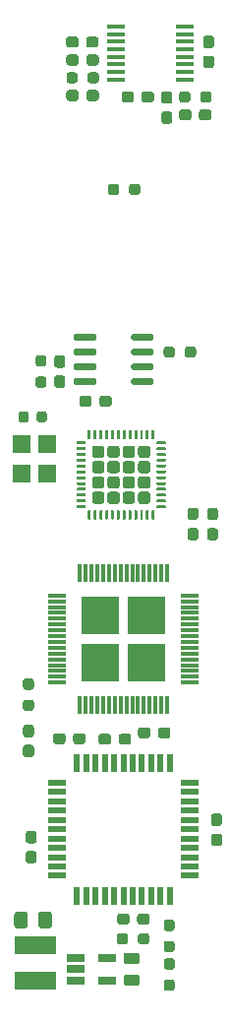
<source format=gtp>
G04 #@! TF.GenerationSoftware,KiCad,Pcbnew,(5.1.12)-1*
G04 #@! TF.CreationDate,2022-08-10T22:17:10-07:00*
G04 #@! TF.ProjectId,jbVeraHDMI,6a625665-7261-4484-944d-492e6b696361,rev?*
G04 #@! TF.SameCoordinates,Original*
G04 #@! TF.FileFunction,Paste,Top*
G04 #@! TF.FilePolarity,Positive*
%FSLAX46Y46*%
G04 Gerber Fmt 4.6, Leading zero omitted, Abs format (unit mm)*
G04 Created by KiCad (PCBNEW (5.1.12)-1) date 2022-08-10 22:17:10*
%MOMM*%
%LPD*%
G01*
G04 APERTURE LIST*
%ADD10R,1.560000X0.650000*%
%ADD11R,0.550000X1.500000*%
%ADD12R,1.500000X0.550000*%
%ADD13R,1.500000X0.450000*%
%ADD14R,3.200000X3.200000*%
%ADD15R,1.500000X0.300000*%
%ADD16R,0.300000X1.500000*%
%ADD17R,1.500000X1.600000*%
%ADD18R,3.600000X1.500000*%
G04 APERTURE END LIST*
G36*
G01*
X147742900Y-115690100D02*
X148217900Y-115690100D01*
G75*
G02*
X148455400Y-115927600I0J-237500D01*
G01*
X148455400Y-116502600D01*
G75*
G02*
X148217900Y-116740100I-237500J0D01*
G01*
X147742900Y-116740100D01*
G75*
G02*
X147505400Y-116502600I0J237500D01*
G01*
X147505400Y-115927600D01*
G75*
G02*
X147742900Y-115690100I237500J0D01*
G01*
G37*
G36*
G01*
X147742900Y-113940100D02*
X148217900Y-113940100D01*
G75*
G02*
X148455400Y-114177600I0J-237500D01*
G01*
X148455400Y-114752600D01*
G75*
G02*
X148217900Y-114990100I-237500J0D01*
G01*
X147742900Y-114990100D01*
G75*
G02*
X147505400Y-114752600I0J237500D01*
G01*
X147505400Y-114177600D01*
G75*
G02*
X147742900Y-113940100I237500J0D01*
G01*
G37*
G36*
G01*
X146053800Y-115680000D02*
X146528800Y-115680000D01*
G75*
G02*
X146766300Y-115917500I0J-237500D01*
G01*
X146766300Y-116492500D01*
G75*
G02*
X146528800Y-116730000I-237500J0D01*
G01*
X146053800Y-116730000D01*
G75*
G02*
X145816300Y-116492500I0J237500D01*
G01*
X145816300Y-115917500D01*
G75*
G02*
X146053800Y-115680000I237500J0D01*
G01*
G37*
G36*
G01*
X146053800Y-113930000D02*
X146528800Y-113930000D01*
G75*
G02*
X146766300Y-114167500I0J-237500D01*
G01*
X146766300Y-114742500D01*
G75*
G02*
X146528800Y-114980000I-237500J0D01*
G01*
X146053800Y-114980000D01*
G75*
G02*
X145816300Y-114742500I0J237500D01*
G01*
X145816300Y-114167500D01*
G75*
G02*
X146053800Y-113930000I237500J0D01*
G01*
G37*
D10*
X138891000Y-152669200D03*
X138891000Y-154569200D03*
X136191000Y-154569200D03*
X136191000Y-153619200D03*
X136191000Y-152669200D03*
D11*
X136296900Y-135879600D03*
X137096900Y-135879600D03*
X137896900Y-135879600D03*
X138696900Y-135879600D03*
X139496900Y-135879600D03*
X140296900Y-135879600D03*
X141096900Y-135879600D03*
X141896900Y-135879600D03*
X142696900Y-135879600D03*
X143496900Y-135879600D03*
X144296900Y-135879600D03*
D12*
X145996900Y-137579600D03*
X145996900Y-138379600D03*
X145996900Y-139179600D03*
X145996900Y-139979600D03*
X145996900Y-140779600D03*
X145996900Y-141579600D03*
X145996900Y-142379600D03*
X145996900Y-143179600D03*
X145996900Y-143979600D03*
X145996900Y-144779600D03*
X145996900Y-145579600D03*
D11*
X144296900Y-147279600D03*
X143496900Y-147279600D03*
X142696900Y-147279600D03*
X141896900Y-147279600D03*
X141096900Y-147279600D03*
X140296900Y-147279600D03*
X139496900Y-147279600D03*
X138696900Y-147279600D03*
X137896900Y-147279600D03*
X137096900Y-147279600D03*
X136296900Y-147279600D03*
D12*
X134596900Y-145579600D03*
X134596900Y-144779600D03*
X134596900Y-143979600D03*
X134596900Y-143179600D03*
X134596900Y-142379600D03*
X134596900Y-141579600D03*
X134596900Y-140779600D03*
X134596900Y-139979600D03*
X134596900Y-139179600D03*
X134596900Y-138379600D03*
X134596900Y-137579600D03*
D13*
X139671000Y-77116100D03*
X139671000Y-76466100D03*
X139671000Y-75816100D03*
X139671000Y-75166100D03*
X139671000Y-74516100D03*
X139671000Y-73866100D03*
X139671000Y-73216100D03*
X139671000Y-72566100D03*
X145571000Y-72566100D03*
X145571000Y-73216100D03*
X145571000Y-73866100D03*
X145571000Y-74516100D03*
X145571000Y-75166100D03*
X145571000Y-75816100D03*
X145571000Y-76466100D03*
X145571000Y-77116100D03*
G36*
G01*
X137205900Y-77199500D02*
X137205900Y-76724500D01*
G75*
G02*
X137443400Y-76487000I237500J0D01*
G01*
X137943400Y-76487000D01*
G75*
G02*
X138180900Y-76724500I0J-237500D01*
G01*
X138180900Y-77199500D01*
G75*
G02*
X137943400Y-77437000I-237500J0D01*
G01*
X137443400Y-77437000D01*
G75*
G02*
X137205900Y-77199500I0J237500D01*
G01*
G37*
G36*
G01*
X135380900Y-77199500D02*
X135380900Y-76724500D01*
G75*
G02*
X135618400Y-76487000I237500J0D01*
G01*
X136118400Y-76487000D01*
G75*
G02*
X136355900Y-76724500I0J-237500D01*
G01*
X136355900Y-77199500D01*
G75*
G02*
X136118400Y-77437000I-237500J0D01*
G01*
X135618400Y-77437000D01*
G75*
G02*
X135380900Y-77199500I0J237500D01*
G01*
G37*
G36*
G01*
X146058700Y-78375500D02*
X146058700Y-78850500D01*
G75*
G02*
X145821200Y-79088000I-237500J0D01*
G01*
X145321200Y-79088000D01*
G75*
G02*
X145083700Y-78850500I0J237500D01*
G01*
X145083700Y-78375500D01*
G75*
G02*
X145321200Y-78138000I237500J0D01*
G01*
X145821200Y-78138000D01*
G75*
G02*
X146058700Y-78375500I0J-237500D01*
G01*
G37*
G36*
G01*
X147883700Y-78375500D02*
X147883700Y-78850500D01*
G75*
G02*
X147646200Y-79088000I-237500J0D01*
G01*
X147146200Y-79088000D01*
G75*
G02*
X146908700Y-78850500I0J237500D01*
G01*
X146908700Y-78375500D01*
G75*
G02*
X147146200Y-78138000I237500J0D01*
G01*
X147646200Y-78138000D01*
G75*
G02*
X147883700Y-78375500I0J-237500D01*
G01*
G37*
G36*
G01*
X147400000Y-75063400D02*
X147875000Y-75063400D01*
G75*
G02*
X148112500Y-75300900I0J-237500D01*
G01*
X148112500Y-75900900D01*
G75*
G02*
X147875000Y-76138400I-237500J0D01*
G01*
X147400000Y-76138400D01*
G75*
G02*
X147162500Y-75900900I0J237500D01*
G01*
X147162500Y-75300900D01*
G75*
G02*
X147400000Y-75063400I237500J0D01*
G01*
G37*
G36*
G01*
X147400000Y-73338400D02*
X147875000Y-73338400D01*
G75*
G02*
X148112500Y-73575900I0J-237500D01*
G01*
X148112500Y-74175900D01*
G75*
G02*
X147875000Y-74413400I-237500J0D01*
G01*
X147400000Y-74413400D01*
G75*
G02*
X147162500Y-74175900I0J237500D01*
G01*
X147162500Y-73575900D01*
G75*
G02*
X147400000Y-73338400I237500J0D01*
G01*
G37*
G36*
G01*
X136455100Y-75200500D02*
X136455100Y-75675500D01*
G75*
G02*
X136217600Y-75913000I-237500J0D01*
G01*
X135617600Y-75913000D01*
G75*
G02*
X135380100Y-75675500I0J237500D01*
G01*
X135380100Y-75200500D01*
G75*
G02*
X135617600Y-74963000I237500J0D01*
G01*
X136217600Y-74963000D01*
G75*
G02*
X136455100Y-75200500I0J-237500D01*
G01*
G37*
G36*
G01*
X138180100Y-75200500D02*
X138180100Y-75675500D01*
G75*
G02*
X137942600Y-75913000I-237500J0D01*
G01*
X137342600Y-75913000D01*
G75*
G02*
X137105100Y-75675500I0J237500D01*
G01*
X137105100Y-75200500D01*
G75*
G02*
X137342600Y-74963000I237500J0D01*
G01*
X137942600Y-74963000D01*
G75*
G02*
X138180100Y-75200500I0J-237500D01*
G01*
G37*
G36*
G01*
X143793200Y-79853500D02*
X144268200Y-79853500D01*
G75*
G02*
X144505700Y-80091000I0J-237500D01*
G01*
X144505700Y-80691000D01*
G75*
G02*
X144268200Y-80928500I-237500J0D01*
G01*
X143793200Y-80928500D01*
G75*
G02*
X143555700Y-80691000I0J237500D01*
G01*
X143555700Y-80091000D01*
G75*
G02*
X143793200Y-79853500I237500J0D01*
G01*
G37*
G36*
G01*
X143793200Y-78128500D02*
X144268200Y-78128500D01*
G75*
G02*
X144505700Y-78366000I0J-237500D01*
G01*
X144505700Y-78966000D01*
G75*
G02*
X144268200Y-79203500I-237500J0D01*
G01*
X143793200Y-79203500D01*
G75*
G02*
X143555700Y-78966000I0J237500D01*
G01*
X143555700Y-78366000D01*
G75*
G02*
X143793200Y-78128500I237500J0D01*
G01*
G37*
G36*
G01*
X136429700Y-73663800D02*
X136429700Y-74138800D01*
G75*
G02*
X136192200Y-74376300I-237500J0D01*
G01*
X135592200Y-74376300D01*
G75*
G02*
X135354700Y-74138800I0J237500D01*
G01*
X135354700Y-73663800D01*
G75*
G02*
X135592200Y-73426300I237500J0D01*
G01*
X136192200Y-73426300D01*
G75*
G02*
X136429700Y-73663800I0J-237500D01*
G01*
G37*
G36*
G01*
X138154700Y-73663800D02*
X138154700Y-74138800D01*
G75*
G02*
X137917200Y-74376300I-237500J0D01*
G01*
X137317200Y-74376300D01*
G75*
G02*
X137079700Y-74138800I0J237500D01*
G01*
X137079700Y-73663800D01*
G75*
G02*
X137317200Y-73426300I237500J0D01*
G01*
X137917200Y-73426300D01*
G75*
G02*
X138154700Y-73663800I0J-237500D01*
G01*
G37*
G36*
G01*
X137105100Y-78723500D02*
X137105100Y-78248500D01*
G75*
G02*
X137342600Y-78011000I237500J0D01*
G01*
X137942600Y-78011000D01*
G75*
G02*
X138180100Y-78248500I0J-237500D01*
G01*
X138180100Y-78723500D01*
G75*
G02*
X137942600Y-78961000I-237500J0D01*
G01*
X137342600Y-78961000D01*
G75*
G02*
X137105100Y-78723500I0J237500D01*
G01*
G37*
G36*
G01*
X135380100Y-78723500D02*
X135380100Y-78248500D01*
G75*
G02*
X135617600Y-78011000I237500J0D01*
G01*
X136217600Y-78011000D01*
G75*
G02*
X136455100Y-78248500I0J-237500D01*
G01*
X136455100Y-78723500D01*
G75*
G02*
X136217600Y-78961000I-237500J0D01*
G01*
X135617600Y-78961000D01*
G75*
G02*
X135380100Y-78723500I0J237500D01*
G01*
G37*
G36*
G01*
X141204900Y-78375500D02*
X141204900Y-78850500D01*
G75*
G02*
X140967400Y-79088000I-237500J0D01*
G01*
X140367400Y-79088000D01*
G75*
G02*
X140129900Y-78850500I0J237500D01*
G01*
X140129900Y-78375500D01*
G75*
G02*
X140367400Y-78138000I237500J0D01*
G01*
X140967400Y-78138000D01*
G75*
G02*
X141204900Y-78375500I0J-237500D01*
G01*
G37*
G36*
G01*
X142929900Y-78375500D02*
X142929900Y-78850500D01*
G75*
G02*
X142692400Y-79088000I-237500J0D01*
G01*
X142092400Y-79088000D01*
G75*
G02*
X141854900Y-78850500I0J237500D01*
G01*
X141854900Y-78375500D01*
G75*
G02*
X142092400Y-78138000I237500J0D01*
G01*
X142692400Y-78138000D01*
G75*
G02*
X142929900Y-78375500I0J-237500D01*
G01*
G37*
G36*
G01*
X146156800Y-79912200D02*
X146156800Y-80387200D01*
G75*
G02*
X145919300Y-80624700I-237500J0D01*
G01*
X145319300Y-80624700D01*
G75*
G02*
X145081800Y-80387200I0J237500D01*
G01*
X145081800Y-79912200D01*
G75*
G02*
X145319300Y-79674700I237500J0D01*
G01*
X145919300Y-79674700D01*
G75*
G02*
X146156800Y-79912200I0J-237500D01*
G01*
G37*
G36*
G01*
X147881800Y-79912200D02*
X147881800Y-80387200D01*
G75*
G02*
X147644300Y-80624700I-237500J0D01*
G01*
X147044300Y-80624700D01*
G75*
G02*
X146806800Y-80387200I0J237500D01*
G01*
X146806800Y-79912200D01*
G75*
G02*
X147044300Y-79674700I237500J0D01*
G01*
X147644300Y-79674700D01*
G75*
G02*
X147881800Y-79912200I0J-237500D01*
G01*
G37*
G36*
G01*
X133435100Y-101795400D02*
X132960100Y-101795400D01*
G75*
G02*
X132722600Y-101557900I0J237500D01*
G01*
X132722600Y-101057900D01*
G75*
G02*
X132960100Y-100820400I237500J0D01*
G01*
X133435100Y-100820400D01*
G75*
G02*
X133672600Y-101057900I0J-237500D01*
G01*
X133672600Y-101557900D01*
G75*
G02*
X133435100Y-101795400I-237500J0D01*
G01*
G37*
G36*
G01*
X133435100Y-103620400D02*
X132960100Y-103620400D01*
G75*
G02*
X132722600Y-103382900I0J237500D01*
G01*
X132722600Y-102882900D01*
G75*
G02*
X132960100Y-102645400I237500J0D01*
G01*
X133435100Y-102645400D01*
G75*
G02*
X133672600Y-102882900I0J-237500D01*
G01*
X133672600Y-103382900D01*
G75*
G02*
X133435100Y-103620400I-237500J0D01*
G01*
G37*
G36*
G01*
X144734100Y-100308400D02*
X144734100Y-100783400D01*
G75*
G02*
X144496600Y-101020900I-237500J0D01*
G01*
X143996600Y-101020900D01*
G75*
G02*
X143759100Y-100783400I0J237500D01*
G01*
X143759100Y-100308400D01*
G75*
G02*
X143996600Y-100070900I237500J0D01*
G01*
X144496600Y-100070900D01*
G75*
G02*
X144734100Y-100308400I0J-237500D01*
G01*
G37*
G36*
G01*
X146559100Y-100308400D02*
X146559100Y-100783400D01*
G75*
G02*
X146321600Y-101020900I-237500J0D01*
G01*
X145821600Y-101020900D01*
G75*
G02*
X145584100Y-100783400I0J237500D01*
G01*
X145584100Y-100308400D01*
G75*
G02*
X145821600Y-100070900I237500J0D01*
G01*
X146321600Y-100070900D01*
G75*
G02*
X146559100Y-100308400I0J-237500D01*
G01*
G37*
G36*
G01*
X135048000Y-101898400D02*
X134573000Y-101898400D01*
G75*
G02*
X134335500Y-101660900I0J237500D01*
G01*
X134335500Y-101060900D01*
G75*
G02*
X134573000Y-100823400I237500J0D01*
G01*
X135048000Y-100823400D01*
G75*
G02*
X135285500Y-101060900I0J-237500D01*
G01*
X135285500Y-101660900D01*
G75*
G02*
X135048000Y-101898400I-237500J0D01*
G01*
G37*
G36*
G01*
X135048000Y-103623400D02*
X134573000Y-103623400D01*
G75*
G02*
X134335500Y-103385900I0J237500D01*
G01*
X134335500Y-102785900D01*
G75*
G02*
X134573000Y-102548400I237500J0D01*
G01*
X135048000Y-102548400D01*
G75*
G02*
X135285500Y-102785900I0J-237500D01*
G01*
X135285500Y-103385900D01*
G75*
G02*
X135048000Y-103623400I-237500J0D01*
G01*
G37*
G36*
G01*
X137571600Y-104537500D02*
X137571600Y-105012500D01*
G75*
G02*
X137334100Y-105250000I-237500J0D01*
G01*
X136734100Y-105250000D01*
G75*
G02*
X136496600Y-105012500I0J237500D01*
G01*
X136496600Y-104537500D01*
G75*
G02*
X136734100Y-104300000I237500J0D01*
G01*
X137334100Y-104300000D01*
G75*
G02*
X137571600Y-104537500I0J-237500D01*
G01*
G37*
G36*
G01*
X139296600Y-104537500D02*
X139296600Y-105012500D01*
G75*
G02*
X139059100Y-105250000I-237500J0D01*
G01*
X138459100Y-105250000D01*
G75*
G02*
X138221600Y-105012500I0J237500D01*
G01*
X138221600Y-104537500D01*
G75*
G02*
X138459100Y-104300000I237500J0D01*
G01*
X139059100Y-104300000D01*
G75*
G02*
X139296600Y-104537500I0J-237500D01*
G01*
G37*
G36*
G01*
X132961800Y-149852400D02*
X132961800Y-148902400D01*
G75*
G02*
X133211800Y-148652400I250000J0D01*
G01*
X133886800Y-148652400D01*
G75*
G02*
X134136800Y-148902400I0J-250000D01*
G01*
X134136800Y-149852400D01*
G75*
G02*
X133886800Y-150102400I-250000J0D01*
G01*
X133211800Y-150102400D01*
G75*
G02*
X132961800Y-149852400I0J250000D01*
G01*
G37*
G36*
G01*
X130886800Y-149852400D02*
X130886800Y-148902400D01*
G75*
G02*
X131136800Y-148652400I250000J0D01*
G01*
X131811800Y-148652400D01*
G75*
G02*
X132061800Y-148902400I0J-250000D01*
G01*
X132061800Y-149852400D01*
G75*
G02*
X131811800Y-150102400I-250000J0D01*
G01*
X131136800Y-150102400D01*
G75*
G02*
X130886800Y-149852400I0J250000D01*
G01*
G37*
G36*
G01*
X140699300Y-150765500D02*
X140699300Y-151240500D01*
G75*
G02*
X140461800Y-151478000I-237500J0D01*
G01*
X139961800Y-151478000D01*
G75*
G02*
X139724300Y-151240500I0J237500D01*
G01*
X139724300Y-150765500D01*
G75*
G02*
X139961800Y-150528000I237500J0D01*
G01*
X140461800Y-150528000D01*
G75*
G02*
X140699300Y-150765500I0J-237500D01*
G01*
G37*
G36*
G01*
X142524300Y-150765500D02*
X142524300Y-151240500D01*
G75*
G02*
X142286800Y-151478000I-237500J0D01*
G01*
X141786800Y-151478000D01*
G75*
G02*
X141549300Y-151240500I0J237500D01*
G01*
X141549300Y-150765500D01*
G75*
G02*
X141786800Y-150528000I237500J0D01*
G01*
X142286800Y-150528000D01*
G75*
G02*
X142524300Y-150765500I0J-237500D01*
G01*
G37*
G36*
G01*
X139937300Y-86325700D02*
X139937300Y-86800700D01*
G75*
G02*
X139699800Y-87038200I-237500J0D01*
G01*
X139199800Y-87038200D01*
G75*
G02*
X138962300Y-86800700I0J237500D01*
G01*
X138962300Y-86325700D01*
G75*
G02*
X139199800Y-86088200I237500J0D01*
G01*
X139699800Y-86088200D01*
G75*
G02*
X139937300Y-86325700I0J-237500D01*
G01*
G37*
G36*
G01*
X141762300Y-86325700D02*
X141762300Y-86800700D01*
G75*
G02*
X141524800Y-87038200I-237500J0D01*
G01*
X141024800Y-87038200D01*
G75*
G02*
X140787300Y-86800700I0J237500D01*
G01*
X140787300Y-86325700D01*
G75*
G02*
X141024800Y-86088200I237500J0D01*
G01*
X141524800Y-86088200D01*
G75*
G02*
X141762300Y-86325700I0J-237500D01*
G01*
G37*
G36*
G01*
X132355600Y-129583000D02*
X131880600Y-129583000D01*
G75*
G02*
X131643100Y-129345500I0J237500D01*
G01*
X131643100Y-128845500D01*
G75*
G02*
X131880600Y-128608000I237500J0D01*
G01*
X132355600Y-128608000D01*
G75*
G02*
X132593100Y-128845500I0J-237500D01*
G01*
X132593100Y-129345500D01*
G75*
G02*
X132355600Y-129583000I-237500J0D01*
G01*
G37*
G36*
G01*
X132355600Y-131408000D02*
X131880600Y-131408000D01*
G75*
G02*
X131643100Y-131170500I0J237500D01*
G01*
X131643100Y-130670500D01*
G75*
G02*
X131880600Y-130433000I237500J0D01*
G01*
X132355600Y-130433000D01*
G75*
G02*
X132593100Y-130670500I0J-237500D01*
G01*
X132593100Y-131170500D01*
G75*
G02*
X132355600Y-131408000I-237500J0D01*
G01*
G37*
D14*
X142309600Y-127222000D03*
X142309600Y-123222000D03*
X138309600Y-123222000D03*
X138309600Y-127222000D03*
D15*
X134609600Y-128972000D03*
X134609600Y-128472000D03*
X134609600Y-127972000D03*
X134609600Y-127472000D03*
X134609600Y-126972000D03*
X134609600Y-126472000D03*
X134609600Y-125972000D03*
X134609600Y-125472000D03*
X134609600Y-124972000D03*
X134609600Y-124472000D03*
X134609600Y-123972000D03*
X134609600Y-123472000D03*
X134609600Y-122972000D03*
X134609600Y-122472000D03*
X134609600Y-121972000D03*
X134609600Y-121472000D03*
D16*
X136559600Y-119522000D03*
X137059600Y-119522000D03*
X137559600Y-119522000D03*
X138059600Y-119522000D03*
X138559600Y-119522000D03*
X139059600Y-119522000D03*
X139559600Y-119522000D03*
X140059600Y-119522000D03*
X140559600Y-119522000D03*
X141059600Y-119522000D03*
X141559600Y-119522000D03*
X142059600Y-119522000D03*
X142559600Y-119522000D03*
X143059600Y-119522000D03*
X143559600Y-119522000D03*
X144059600Y-119522000D03*
D15*
X146009600Y-121472000D03*
X146009600Y-121972000D03*
X146009600Y-122472000D03*
X146009600Y-122972000D03*
X146009600Y-123472000D03*
X146009600Y-123972000D03*
X146009600Y-124472000D03*
X146009600Y-124972000D03*
X146009600Y-125472000D03*
X146009600Y-125972000D03*
X146009600Y-126472000D03*
X146009600Y-126972000D03*
X146009600Y-127472000D03*
X146009600Y-127972000D03*
X146009600Y-128472000D03*
X146009600Y-128972000D03*
D16*
X144059600Y-130922000D03*
X143559600Y-130922000D03*
X143059600Y-130922000D03*
X142559600Y-130922000D03*
X142059600Y-130922000D03*
X141559600Y-130922000D03*
X141059600Y-130922000D03*
X140559600Y-130922000D03*
X140059600Y-130922000D03*
X139559600Y-130922000D03*
X139059600Y-130922000D03*
X138559600Y-130922000D03*
X138059600Y-130922000D03*
X137559600Y-130922000D03*
X137059600Y-130922000D03*
X136559600Y-130922000D03*
G36*
G01*
X144484100Y-153653300D02*
X144009100Y-153653300D01*
G75*
G02*
X143771600Y-153415800I0J237500D01*
G01*
X143771600Y-152915800D01*
G75*
G02*
X144009100Y-152678300I237500J0D01*
G01*
X144484100Y-152678300D01*
G75*
G02*
X144721600Y-152915800I0J-237500D01*
G01*
X144721600Y-153415800D01*
G75*
G02*
X144484100Y-153653300I-237500J0D01*
G01*
G37*
G36*
G01*
X144484100Y-155478300D02*
X144009100Y-155478300D01*
G75*
G02*
X143771600Y-155240800I0J237500D01*
G01*
X143771600Y-154740800D01*
G75*
G02*
X144009100Y-154503300I237500J0D01*
G01*
X144484100Y-154503300D01*
G75*
G02*
X144721600Y-154740800I0J-237500D01*
G01*
X144721600Y-155240800D01*
G75*
G02*
X144484100Y-155478300I-237500J0D01*
G01*
G37*
G36*
G01*
X144009100Y-151175900D02*
X144484100Y-151175900D01*
G75*
G02*
X144721600Y-151413400I0J-237500D01*
G01*
X144721600Y-151913400D01*
G75*
G02*
X144484100Y-152150900I-237500J0D01*
G01*
X144009100Y-152150900D01*
G75*
G02*
X143771600Y-151913400I0J237500D01*
G01*
X143771600Y-151413400D01*
G75*
G02*
X144009100Y-151175900I237500J0D01*
G01*
G37*
G36*
G01*
X144009100Y-149350900D02*
X144484100Y-149350900D01*
G75*
G02*
X144721600Y-149588400I0J-237500D01*
G01*
X144721600Y-150088400D01*
G75*
G02*
X144484100Y-150325900I-237500J0D01*
G01*
X144009100Y-150325900D01*
G75*
G02*
X143771600Y-150088400I0J237500D01*
G01*
X143771600Y-149588400D01*
G75*
G02*
X144009100Y-149350900I237500J0D01*
G01*
G37*
G36*
G01*
X148085800Y-141956500D02*
X148560800Y-141956500D01*
G75*
G02*
X148798300Y-142194000I0J-237500D01*
G01*
X148798300Y-142794000D01*
G75*
G02*
X148560800Y-143031500I-237500J0D01*
G01*
X148085800Y-143031500D01*
G75*
G02*
X147848300Y-142794000I0J237500D01*
G01*
X147848300Y-142194000D01*
G75*
G02*
X148085800Y-141956500I237500J0D01*
G01*
G37*
G36*
G01*
X148085800Y-140231500D02*
X148560800Y-140231500D01*
G75*
G02*
X148798300Y-140469000I0J-237500D01*
G01*
X148798300Y-141069000D01*
G75*
G02*
X148560800Y-141306500I-237500J0D01*
G01*
X148085800Y-141306500D01*
G75*
G02*
X147848300Y-141069000I0J237500D01*
G01*
X147848300Y-140469000D01*
G75*
G02*
X148085800Y-140231500I237500J0D01*
G01*
G37*
G36*
G01*
X139884200Y-134070100D02*
X139884200Y-133595100D01*
G75*
G02*
X140121700Y-133357600I237500J0D01*
G01*
X140721700Y-133357600D01*
G75*
G02*
X140959200Y-133595100I0J-237500D01*
G01*
X140959200Y-134070100D01*
G75*
G02*
X140721700Y-134307600I-237500J0D01*
G01*
X140121700Y-134307600D01*
G75*
G02*
X139884200Y-134070100I0J237500D01*
G01*
G37*
G36*
G01*
X138159200Y-134070100D02*
X138159200Y-133595100D01*
G75*
G02*
X138396700Y-133357600I237500J0D01*
G01*
X138996700Y-133357600D01*
G75*
G02*
X139234200Y-133595100I0J-237500D01*
G01*
X139234200Y-134070100D01*
G75*
G02*
X138996700Y-134307600I-237500J0D01*
G01*
X138396700Y-134307600D01*
G75*
G02*
X138159200Y-134070100I0J237500D01*
G01*
G37*
G36*
G01*
X132584200Y-142792400D02*
X132109200Y-142792400D01*
G75*
G02*
X131871700Y-142554900I0J237500D01*
G01*
X131871700Y-141954900D01*
G75*
G02*
X132109200Y-141717400I237500J0D01*
G01*
X132584200Y-141717400D01*
G75*
G02*
X132821700Y-141954900I0J-237500D01*
G01*
X132821700Y-142554900D01*
G75*
G02*
X132584200Y-142792400I-237500J0D01*
G01*
G37*
G36*
G01*
X132584200Y-144517400D02*
X132109200Y-144517400D01*
G75*
G02*
X131871700Y-144279900I0J237500D01*
G01*
X131871700Y-143679900D01*
G75*
G02*
X132109200Y-143442400I237500J0D01*
G01*
X132584200Y-143442400D01*
G75*
G02*
X132821700Y-143679900I0J-237500D01*
G01*
X132821700Y-144279900D01*
G75*
G02*
X132584200Y-144517400I-237500J0D01*
G01*
G37*
G36*
G01*
X141473900Y-149538700D02*
X141473900Y-149063700D01*
G75*
G02*
X141711400Y-148826200I237500J0D01*
G01*
X142311400Y-148826200D01*
G75*
G02*
X142548900Y-149063700I0J-237500D01*
G01*
X142548900Y-149538700D01*
G75*
G02*
X142311400Y-149776200I-237500J0D01*
G01*
X141711400Y-149776200D01*
G75*
G02*
X141473900Y-149538700I0J237500D01*
G01*
G37*
G36*
G01*
X139748900Y-149538700D02*
X139748900Y-149063700D01*
G75*
G02*
X139986400Y-148826200I237500J0D01*
G01*
X140586400Y-148826200D01*
G75*
G02*
X140823900Y-149063700I0J-237500D01*
G01*
X140823900Y-149538700D01*
G75*
G02*
X140586400Y-149776200I-237500J0D01*
G01*
X139986400Y-149776200D01*
G75*
G02*
X139748900Y-149538700I0J237500D01*
G01*
G37*
G36*
G01*
X143277300Y-133524000D02*
X143277300Y-133049000D01*
G75*
G02*
X143514800Y-132811500I237500J0D01*
G01*
X144114800Y-132811500D01*
G75*
G02*
X144352300Y-133049000I0J-237500D01*
G01*
X144352300Y-133524000D01*
G75*
G02*
X144114800Y-133761500I-237500J0D01*
G01*
X143514800Y-133761500D01*
G75*
G02*
X143277300Y-133524000I0J237500D01*
G01*
G37*
G36*
G01*
X141552300Y-133524000D02*
X141552300Y-133049000D01*
G75*
G02*
X141789800Y-132811500I237500J0D01*
G01*
X142389800Y-132811500D01*
G75*
G02*
X142627300Y-133049000I0J-237500D01*
G01*
X142627300Y-133524000D01*
G75*
G02*
X142389800Y-133761500I-237500J0D01*
G01*
X141789800Y-133761500D01*
G75*
G02*
X141552300Y-133524000I0J237500D01*
G01*
G37*
G36*
G01*
X135309900Y-133557000D02*
X135309900Y-134032000D01*
G75*
G02*
X135072400Y-134269500I-237500J0D01*
G01*
X134472400Y-134269500D01*
G75*
G02*
X134234900Y-134032000I0J237500D01*
G01*
X134234900Y-133557000D01*
G75*
G02*
X134472400Y-133319500I237500J0D01*
G01*
X135072400Y-133319500D01*
G75*
G02*
X135309900Y-133557000I0J-237500D01*
G01*
G37*
G36*
G01*
X137034900Y-133557000D02*
X137034900Y-134032000D01*
G75*
G02*
X136797400Y-134269500I-237500J0D01*
G01*
X136197400Y-134269500D01*
G75*
G02*
X135959900Y-134032000I0J237500D01*
G01*
X135959900Y-133557000D01*
G75*
G02*
X136197400Y-133319500I237500J0D01*
G01*
X136797400Y-133319500D01*
G75*
G02*
X137034900Y-133557000I0J-237500D01*
G01*
G37*
G36*
G01*
X131880600Y-134321600D02*
X132355600Y-134321600D01*
G75*
G02*
X132593100Y-134559100I0J-237500D01*
G01*
X132593100Y-135159100D01*
G75*
G02*
X132355600Y-135396600I-237500J0D01*
G01*
X131880600Y-135396600D01*
G75*
G02*
X131643100Y-135159100I0J237500D01*
G01*
X131643100Y-134559100D01*
G75*
G02*
X131880600Y-134321600I237500J0D01*
G01*
G37*
G36*
G01*
X131880600Y-132596600D02*
X132355600Y-132596600D01*
G75*
G02*
X132593100Y-132834100I0J-237500D01*
G01*
X132593100Y-133434100D01*
G75*
G02*
X132355600Y-133671600I-237500J0D01*
G01*
X131880600Y-133671600D01*
G75*
G02*
X131643100Y-133434100I0J237500D01*
G01*
X131643100Y-132834100D01*
G75*
G02*
X131880600Y-132596600I237500J0D01*
G01*
G37*
G36*
G01*
X132123600Y-105864950D02*
X132123600Y-106377450D01*
G75*
G02*
X131904850Y-106596200I-218750J0D01*
G01*
X131467350Y-106596200D01*
G75*
G02*
X131248600Y-106377450I0J218750D01*
G01*
X131248600Y-105864950D01*
G75*
G02*
X131467350Y-105646200I218750J0D01*
G01*
X131904850Y-105646200D01*
G75*
G02*
X132123600Y-105864950I0J-218750D01*
G01*
G37*
G36*
G01*
X133698600Y-105864950D02*
X133698600Y-106377450D01*
G75*
G02*
X133479850Y-106596200I-218750J0D01*
G01*
X133042350Y-106596200D01*
G75*
G02*
X132823600Y-106377450I0J218750D01*
G01*
X132823600Y-105864950D01*
G75*
G02*
X133042350Y-105646200I218750J0D01*
G01*
X133479850Y-105646200D01*
G75*
G02*
X133698600Y-105864950I0J-218750D01*
G01*
G37*
D17*
X133718300Y-108445300D03*
X133718300Y-110985300D03*
X131518300Y-110985300D03*
X131518300Y-108445300D03*
G36*
G01*
X137958700Y-102935900D02*
X137958700Y-103235900D01*
G75*
G02*
X137808700Y-103385900I-150000J0D01*
G01*
X136158700Y-103385900D01*
G75*
G02*
X136008700Y-103235900I0J150000D01*
G01*
X136008700Y-102935900D01*
G75*
G02*
X136158700Y-102785900I150000J0D01*
G01*
X137808700Y-102785900D01*
G75*
G02*
X137958700Y-102935900I0J-150000D01*
G01*
G37*
G36*
G01*
X137958700Y-101665900D02*
X137958700Y-101965900D01*
G75*
G02*
X137808700Y-102115900I-150000J0D01*
G01*
X136158700Y-102115900D01*
G75*
G02*
X136008700Y-101965900I0J150000D01*
G01*
X136008700Y-101665900D01*
G75*
G02*
X136158700Y-101515900I150000J0D01*
G01*
X137808700Y-101515900D01*
G75*
G02*
X137958700Y-101665900I0J-150000D01*
G01*
G37*
G36*
G01*
X137958700Y-100395900D02*
X137958700Y-100695900D01*
G75*
G02*
X137808700Y-100845900I-150000J0D01*
G01*
X136158700Y-100845900D01*
G75*
G02*
X136008700Y-100695900I0J150000D01*
G01*
X136008700Y-100395900D01*
G75*
G02*
X136158700Y-100245900I150000J0D01*
G01*
X137808700Y-100245900D01*
G75*
G02*
X137958700Y-100395900I0J-150000D01*
G01*
G37*
G36*
G01*
X137958700Y-99125900D02*
X137958700Y-99425900D01*
G75*
G02*
X137808700Y-99575900I-150000J0D01*
G01*
X136158700Y-99575900D01*
G75*
G02*
X136008700Y-99425900I0J150000D01*
G01*
X136008700Y-99125900D01*
G75*
G02*
X136158700Y-98975900I150000J0D01*
G01*
X137808700Y-98975900D01*
G75*
G02*
X137958700Y-99125900I0J-150000D01*
G01*
G37*
G36*
G01*
X142908700Y-99125900D02*
X142908700Y-99425900D01*
G75*
G02*
X142758700Y-99575900I-150000J0D01*
G01*
X141108700Y-99575900D01*
G75*
G02*
X140958700Y-99425900I0J150000D01*
G01*
X140958700Y-99125900D01*
G75*
G02*
X141108700Y-98975900I150000J0D01*
G01*
X142758700Y-98975900D01*
G75*
G02*
X142908700Y-99125900I0J-150000D01*
G01*
G37*
G36*
G01*
X142908700Y-100395900D02*
X142908700Y-100695900D01*
G75*
G02*
X142758700Y-100845900I-150000J0D01*
G01*
X141108700Y-100845900D01*
G75*
G02*
X140958700Y-100695900I0J150000D01*
G01*
X140958700Y-100395900D01*
G75*
G02*
X141108700Y-100245900I150000J0D01*
G01*
X142758700Y-100245900D01*
G75*
G02*
X142908700Y-100395900I0J-150000D01*
G01*
G37*
G36*
G01*
X142908700Y-101665900D02*
X142908700Y-101965900D01*
G75*
G02*
X142758700Y-102115900I-150000J0D01*
G01*
X141108700Y-102115900D01*
G75*
G02*
X140958700Y-101965900I0J150000D01*
G01*
X140958700Y-101665900D01*
G75*
G02*
X141108700Y-101515900I150000J0D01*
G01*
X142758700Y-101515900D01*
G75*
G02*
X142908700Y-101665900I0J-150000D01*
G01*
G37*
G36*
G01*
X142908700Y-102935900D02*
X142908700Y-103235900D01*
G75*
G02*
X142758700Y-103385900I-150000J0D01*
G01*
X141108700Y-103385900D01*
G75*
G02*
X140958700Y-103235900I0J150000D01*
G01*
X140958700Y-102935900D01*
G75*
G02*
X141108700Y-102785900I150000J0D01*
G01*
X142758700Y-102785900D01*
G75*
G02*
X142908700Y-102935900I0J-150000D01*
G01*
G37*
G36*
G01*
X136993900Y-113974600D02*
X136318900Y-113974600D01*
G75*
G02*
X136256400Y-113912100I0J62500D01*
G01*
X136256400Y-113787100D01*
G75*
G02*
X136318900Y-113724600I62500J0D01*
G01*
X136993900Y-113724600D01*
G75*
G02*
X137056400Y-113787100I0J-62500D01*
G01*
X137056400Y-113912100D01*
G75*
G02*
X136993900Y-113974600I-62500J0D01*
G01*
G37*
G36*
G01*
X136993900Y-113474600D02*
X136318900Y-113474600D01*
G75*
G02*
X136256400Y-113412100I0J62500D01*
G01*
X136256400Y-113287100D01*
G75*
G02*
X136318900Y-113224600I62500J0D01*
G01*
X136993900Y-113224600D01*
G75*
G02*
X137056400Y-113287100I0J-62500D01*
G01*
X137056400Y-113412100D01*
G75*
G02*
X136993900Y-113474600I-62500J0D01*
G01*
G37*
G36*
G01*
X136993900Y-112974600D02*
X136318900Y-112974600D01*
G75*
G02*
X136256400Y-112912100I0J62500D01*
G01*
X136256400Y-112787100D01*
G75*
G02*
X136318900Y-112724600I62500J0D01*
G01*
X136993900Y-112724600D01*
G75*
G02*
X137056400Y-112787100I0J-62500D01*
G01*
X137056400Y-112912100D01*
G75*
G02*
X136993900Y-112974600I-62500J0D01*
G01*
G37*
G36*
G01*
X136993900Y-112474600D02*
X136318900Y-112474600D01*
G75*
G02*
X136256400Y-112412100I0J62500D01*
G01*
X136256400Y-112287100D01*
G75*
G02*
X136318900Y-112224600I62500J0D01*
G01*
X136993900Y-112224600D01*
G75*
G02*
X137056400Y-112287100I0J-62500D01*
G01*
X137056400Y-112412100D01*
G75*
G02*
X136993900Y-112474600I-62500J0D01*
G01*
G37*
G36*
G01*
X136993900Y-111974600D02*
X136318900Y-111974600D01*
G75*
G02*
X136256400Y-111912100I0J62500D01*
G01*
X136256400Y-111787100D01*
G75*
G02*
X136318900Y-111724600I62500J0D01*
G01*
X136993900Y-111724600D01*
G75*
G02*
X137056400Y-111787100I0J-62500D01*
G01*
X137056400Y-111912100D01*
G75*
G02*
X136993900Y-111974600I-62500J0D01*
G01*
G37*
G36*
G01*
X136993900Y-111474600D02*
X136318900Y-111474600D01*
G75*
G02*
X136256400Y-111412100I0J62500D01*
G01*
X136256400Y-111287100D01*
G75*
G02*
X136318900Y-111224600I62500J0D01*
G01*
X136993900Y-111224600D01*
G75*
G02*
X137056400Y-111287100I0J-62500D01*
G01*
X137056400Y-111412100D01*
G75*
G02*
X136993900Y-111474600I-62500J0D01*
G01*
G37*
G36*
G01*
X136993900Y-110974600D02*
X136318900Y-110974600D01*
G75*
G02*
X136256400Y-110912100I0J62500D01*
G01*
X136256400Y-110787100D01*
G75*
G02*
X136318900Y-110724600I62500J0D01*
G01*
X136993900Y-110724600D01*
G75*
G02*
X137056400Y-110787100I0J-62500D01*
G01*
X137056400Y-110912100D01*
G75*
G02*
X136993900Y-110974600I-62500J0D01*
G01*
G37*
G36*
G01*
X136993900Y-110474600D02*
X136318900Y-110474600D01*
G75*
G02*
X136256400Y-110412100I0J62500D01*
G01*
X136256400Y-110287100D01*
G75*
G02*
X136318900Y-110224600I62500J0D01*
G01*
X136993900Y-110224600D01*
G75*
G02*
X137056400Y-110287100I0J-62500D01*
G01*
X137056400Y-110412100D01*
G75*
G02*
X136993900Y-110474600I-62500J0D01*
G01*
G37*
G36*
G01*
X136993900Y-109974600D02*
X136318900Y-109974600D01*
G75*
G02*
X136256400Y-109912100I0J62500D01*
G01*
X136256400Y-109787100D01*
G75*
G02*
X136318900Y-109724600I62500J0D01*
G01*
X136993900Y-109724600D01*
G75*
G02*
X137056400Y-109787100I0J-62500D01*
G01*
X137056400Y-109912100D01*
G75*
G02*
X136993900Y-109974600I-62500J0D01*
G01*
G37*
G36*
G01*
X136993900Y-109474600D02*
X136318900Y-109474600D01*
G75*
G02*
X136256400Y-109412100I0J62500D01*
G01*
X136256400Y-109287100D01*
G75*
G02*
X136318900Y-109224600I62500J0D01*
G01*
X136993900Y-109224600D01*
G75*
G02*
X137056400Y-109287100I0J-62500D01*
G01*
X137056400Y-109412100D01*
G75*
G02*
X136993900Y-109474600I-62500J0D01*
G01*
G37*
G36*
G01*
X136993900Y-108974600D02*
X136318900Y-108974600D01*
G75*
G02*
X136256400Y-108912100I0J62500D01*
G01*
X136256400Y-108787100D01*
G75*
G02*
X136318900Y-108724600I62500J0D01*
G01*
X136993900Y-108724600D01*
G75*
G02*
X137056400Y-108787100I0J-62500D01*
G01*
X137056400Y-108912100D01*
G75*
G02*
X136993900Y-108974600I-62500J0D01*
G01*
G37*
G36*
G01*
X136993900Y-108474600D02*
X136318900Y-108474600D01*
G75*
G02*
X136256400Y-108412100I0J62500D01*
G01*
X136256400Y-108287100D01*
G75*
G02*
X136318900Y-108224600I62500J0D01*
G01*
X136993900Y-108224600D01*
G75*
G02*
X137056400Y-108287100I0J-62500D01*
G01*
X137056400Y-108412100D01*
G75*
G02*
X136993900Y-108474600I-62500J0D01*
G01*
G37*
G36*
G01*
X137418900Y-108049600D02*
X137293900Y-108049600D01*
G75*
G02*
X137231400Y-107987100I0J62500D01*
G01*
X137231400Y-107312100D01*
G75*
G02*
X137293900Y-107249600I62500J0D01*
G01*
X137418900Y-107249600D01*
G75*
G02*
X137481400Y-107312100I0J-62500D01*
G01*
X137481400Y-107987100D01*
G75*
G02*
X137418900Y-108049600I-62500J0D01*
G01*
G37*
G36*
G01*
X137918900Y-108049600D02*
X137793900Y-108049600D01*
G75*
G02*
X137731400Y-107987100I0J62500D01*
G01*
X137731400Y-107312100D01*
G75*
G02*
X137793900Y-107249600I62500J0D01*
G01*
X137918900Y-107249600D01*
G75*
G02*
X137981400Y-107312100I0J-62500D01*
G01*
X137981400Y-107987100D01*
G75*
G02*
X137918900Y-108049600I-62500J0D01*
G01*
G37*
G36*
G01*
X138418900Y-108049600D02*
X138293900Y-108049600D01*
G75*
G02*
X138231400Y-107987100I0J62500D01*
G01*
X138231400Y-107312100D01*
G75*
G02*
X138293900Y-107249600I62500J0D01*
G01*
X138418900Y-107249600D01*
G75*
G02*
X138481400Y-107312100I0J-62500D01*
G01*
X138481400Y-107987100D01*
G75*
G02*
X138418900Y-108049600I-62500J0D01*
G01*
G37*
G36*
G01*
X138918900Y-108049600D02*
X138793900Y-108049600D01*
G75*
G02*
X138731400Y-107987100I0J62500D01*
G01*
X138731400Y-107312100D01*
G75*
G02*
X138793900Y-107249600I62500J0D01*
G01*
X138918900Y-107249600D01*
G75*
G02*
X138981400Y-107312100I0J-62500D01*
G01*
X138981400Y-107987100D01*
G75*
G02*
X138918900Y-108049600I-62500J0D01*
G01*
G37*
G36*
G01*
X139418900Y-108049600D02*
X139293900Y-108049600D01*
G75*
G02*
X139231400Y-107987100I0J62500D01*
G01*
X139231400Y-107312100D01*
G75*
G02*
X139293900Y-107249600I62500J0D01*
G01*
X139418900Y-107249600D01*
G75*
G02*
X139481400Y-107312100I0J-62500D01*
G01*
X139481400Y-107987100D01*
G75*
G02*
X139418900Y-108049600I-62500J0D01*
G01*
G37*
G36*
G01*
X139918900Y-108049600D02*
X139793900Y-108049600D01*
G75*
G02*
X139731400Y-107987100I0J62500D01*
G01*
X139731400Y-107312100D01*
G75*
G02*
X139793900Y-107249600I62500J0D01*
G01*
X139918900Y-107249600D01*
G75*
G02*
X139981400Y-107312100I0J-62500D01*
G01*
X139981400Y-107987100D01*
G75*
G02*
X139918900Y-108049600I-62500J0D01*
G01*
G37*
G36*
G01*
X140418900Y-108049600D02*
X140293900Y-108049600D01*
G75*
G02*
X140231400Y-107987100I0J62500D01*
G01*
X140231400Y-107312100D01*
G75*
G02*
X140293900Y-107249600I62500J0D01*
G01*
X140418900Y-107249600D01*
G75*
G02*
X140481400Y-107312100I0J-62500D01*
G01*
X140481400Y-107987100D01*
G75*
G02*
X140418900Y-108049600I-62500J0D01*
G01*
G37*
G36*
G01*
X140918900Y-108049600D02*
X140793900Y-108049600D01*
G75*
G02*
X140731400Y-107987100I0J62500D01*
G01*
X140731400Y-107312100D01*
G75*
G02*
X140793900Y-107249600I62500J0D01*
G01*
X140918900Y-107249600D01*
G75*
G02*
X140981400Y-107312100I0J-62500D01*
G01*
X140981400Y-107987100D01*
G75*
G02*
X140918900Y-108049600I-62500J0D01*
G01*
G37*
G36*
G01*
X141418900Y-108049600D02*
X141293900Y-108049600D01*
G75*
G02*
X141231400Y-107987100I0J62500D01*
G01*
X141231400Y-107312100D01*
G75*
G02*
X141293900Y-107249600I62500J0D01*
G01*
X141418900Y-107249600D01*
G75*
G02*
X141481400Y-107312100I0J-62500D01*
G01*
X141481400Y-107987100D01*
G75*
G02*
X141418900Y-108049600I-62500J0D01*
G01*
G37*
G36*
G01*
X141918900Y-108049600D02*
X141793900Y-108049600D01*
G75*
G02*
X141731400Y-107987100I0J62500D01*
G01*
X141731400Y-107312100D01*
G75*
G02*
X141793900Y-107249600I62500J0D01*
G01*
X141918900Y-107249600D01*
G75*
G02*
X141981400Y-107312100I0J-62500D01*
G01*
X141981400Y-107987100D01*
G75*
G02*
X141918900Y-108049600I-62500J0D01*
G01*
G37*
G36*
G01*
X142418900Y-108049600D02*
X142293900Y-108049600D01*
G75*
G02*
X142231400Y-107987100I0J62500D01*
G01*
X142231400Y-107312100D01*
G75*
G02*
X142293900Y-107249600I62500J0D01*
G01*
X142418900Y-107249600D01*
G75*
G02*
X142481400Y-107312100I0J-62500D01*
G01*
X142481400Y-107987100D01*
G75*
G02*
X142418900Y-108049600I-62500J0D01*
G01*
G37*
G36*
G01*
X142918900Y-108049600D02*
X142793900Y-108049600D01*
G75*
G02*
X142731400Y-107987100I0J62500D01*
G01*
X142731400Y-107312100D01*
G75*
G02*
X142793900Y-107249600I62500J0D01*
G01*
X142918900Y-107249600D01*
G75*
G02*
X142981400Y-107312100I0J-62500D01*
G01*
X142981400Y-107987100D01*
G75*
G02*
X142918900Y-108049600I-62500J0D01*
G01*
G37*
G36*
G01*
X143893900Y-108474600D02*
X143218900Y-108474600D01*
G75*
G02*
X143156400Y-108412100I0J62500D01*
G01*
X143156400Y-108287100D01*
G75*
G02*
X143218900Y-108224600I62500J0D01*
G01*
X143893900Y-108224600D01*
G75*
G02*
X143956400Y-108287100I0J-62500D01*
G01*
X143956400Y-108412100D01*
G75*
G02*
X143893900Y-108474600I-62500J0D01*
G01*
G37*
G36*
G01*
X143893900Y-108974600D02*
X143218900Y-108974600D01*
G75*
G02*
X143156400Y-108912100I0J62500D01*
G01*
X143156400Y-108787100D01*
G75*
G02*
X143218900Y-108724600I62500J0D01*
G01*
X143893900Y-108724600D01*
G75*
G02*
X143956400Y-108787100I0J-62500D01*
G01*
X143956400Y-108912100D01*
G75*
G02*
X143893900Y-108974600I-62500J0D01*
G01*
G37*
G36*
G01*
X143893900Y-109474600D02*
X143218900Y-109474600D01*
G75*
G02*
X143156400Y-109412100I0J62500D01*
G01*
X143156400Y-109287100D01*
G75*
G02*
X143218900Y-109224600I62500J0D01*
G01*
X143893900Y-109224600D01*
G75*
G02*
X143956400Y-109287100I0J-62500D01*
G01*
X143956400Y-109412100D01*
G75*
G02*
X143893900Y-109474600I-62500J0D01*
G01*
G37*
G36*
G01*
X143893900Y-109974600D02*
X143218900Y-109974600D01*
G75*
G02*
X143156400Y-109912100I0J62500D01*
G01*
X143156400Y-109787100D01*
G75*
G02*
X143218900Y-109724600I62500J0D01*
G01*
X143893900Y-109724600D01*
G75*
G02*
X143956400Y-109787100I0J-62500D01*
G01*
X143956400Y-109912100D01*
G75*
G02*
X143893900Y-109974600I-62500J0D01*
G01*
G37*
G36*
G01*
X143893900Y-110474600D02*
X143218900Y-110474600D01*
G75*
G02*
X143156400Y-110412100I0J62500D01*
G01*
X143156400Y-110287100D01*
G75*
G02*
X143218900Y-110224600I62500J0D01*
G01*
X143893900Y-110224600D01*
G75*
G02*
X143956400Y-110287100I0J-62500D01*
G01*
X143956400Y-110412100D01*
G75*
G02*
X143893900Y-110474600I-62500J0D01*
G01*
G37*
G36*
G01*
X143893900Y-110974600D02*
X143218900Y-110974600D01*
G75*
G02*
X143156400Y-110912100I0J62500D01*
G01*
X143156400Y-110787100D01*
G75*
G02*
X143218900Y-110724600I62500J0D01*
G01*
X143893900Y-110724600D01*
G75*
G02*
X143956400Y-110787100I0J-62500D01*
G01*
X143956400Y-110912100D01*
G75*
G02*
X143893900Y-110974600I-62500J0D01*
G01*
G37*
G36*
G01*
X143893900Y-111474600D02*
X143218900Y-111474600D01*
G75*
G02*
X143156400Y-111412100I0J62500D01*
G01*
X143156400Y-111287100D01*
G75*
G02*
X143218900Y-111224600I62500J0D01*
G01*
X143893900Y-111224600D01*
G75*
G02*
X143956400Y-111287100I0J-62500D01*
G01*
X143956400Y-111412100D01*
G75*
G02*
X143893900Y-111474600I-62500J0D01*
G01*
G37*
G36*
G01*
X143893900Y-111974600D02*
X143218900Y-111974600D01*
G75*
G02*
X143156400Y-111912100I0J62500D01*
G01*
X143156400Y-111787100D01*
G75*
G02*
X143218900Y-111724600I62500J0D01*
G01*
X143893900Y-111724600D01*
G75*
G02*
X143956400Y-111787100I0J-62500D01*
G01*
X143956400Y-111912100D01*
G75*
G02*
X143893900Y-111974600I-62500J0D01*
G01*
G37*
G36*
G01*
X143893900Y-112474600D02*
X143218900Y-112474600D01*
G75*
G02*
X143156400Y-112412100I0J62500D01*
G01*
X143156400Y-112287100D01*
G75*
G02*
X143218900Y-112224600I62500J0D01*
G01*
X143893900Y-112224600D01*
G75*
G02*
X143956400Y-112287100I0J-62500D01*
G01*
X143956400Y-112412100D01*
G75*
G02*
X143893900Y-112474600I-62500J0D01*
G01*
G37*
G36*
G01*
X143893900Y-112974600D02*
X143218900Y-112974600D01*
G75*
G02*
X143156400Y-112912100I0J62500D01*
G01*
X143156400Y-112787100D01*
G75*
G02*
X143218900Y-112724600I62500J0D01*
G01*
X143893900Y-112724600D01*
G75*
G02*
X143956400Y-112787100I0J-62500D01*
G01*
X143956400Y-112912100D01*
G75*
G02*
X143893900Y-112974600I-62500J0D01*
G01*
G37*
G36*
G01*
X143893900Y-113474600D02*
X143218900Y-113474600D01*
G75*
G02*
X143156400Y-113412100I0J62500D01*
G01*
X143156400Y-113287100D01*
G75*
G02*
X143218900Y-113224600I62500J0D01*
G01*
X143893900Y-113224600D01*
G75*
G02*
X143956400Y-113287100I0J-62500D01*
G01*
X143956400Y-113412100D01*
G75*
G02*
X143893900Y-113474600I-62500J0D01*
G01*
G37*
G36*
G01*
X143893900Y-113974600D02*
X143218900Y-113974600D01*
G75*
G02*
X143156400Y-113912100I0J62500D01*
G01*
X143156400Y-113787100D01*
G75*
G02*
X143218900Y-113724600I62500J0D01*
G01*
X143893900Y-113724600D01*
G75*
G02*
X143956400Y-113787100I0J-62500D01*
G01*
X143956400Y-113912100D01*
G75*
G02*
X143893900Y-113974600I-62500J0D01*
G01*
G37*
G36*
G01*
X142918900Y-114949600D02*
X142793900Y-114949600D01*
G75*
G02*
X142731400Y-114887100I0J62500D01*
G01*
X142731400Y-114212100D01*
G75*
G02*
X142793900Y-114149600I62500J0D01*
G01*
X142918900Y-114149600D01*
G75*
G02*
X142981400Y-114212100I0J-62500D01*
G01*
X142981400Y-114887100D01*
G75*
G02*
X142918900Y-114949600I-62500J0D01*
G01*
G37*
G36*
G01*
X142418900Y-114949600D02*
X142293900Y-114949600D01*
G75*
G02*
X142231400Y-114887100I0J62500D01*
G01*
X142231400Y-114212100D01*
G75*
G02*
X142293900Y-114149600I62500J0D01*
G01*
X142418900Y-114149600D01*
G75*
G02*
X142481400Y-114212100I0J-62500D01*
G01*
X142481400Y-114887100D01*
G75*
G02*
X142418900Y-114949600I-62500J0D01*
G01*
G37*
G36*
G01*
X141918900Y-114949600D02*
X141793900Y-114949600D01*
G75*
G02*
X141731400Y-114887100I0J62500D01*
G01*
X141731400Y-114212100D01*
G75*
G02*
X141793900Y-114149600I62500J0D01*
G01*
X141918900Y-114149600D01*
G75*
G02*
X141981400Y-114212100I0J-62500D01*
G01*
X141981400Y-114887100D01*
G75*
G02*
X141918900Y-114949600I-62500J0D01*
G01*
G37*
G36*
G01*
X141418900Y-114949600D02*
X141293900Y-114949600D01*
G75*
G02*
X141231400Y-114887100I0J62500D01*
G01*
X141231400Y-114212100D01*
G75*
G02*
X141293900Y-114149600I62500J0D01*
G01*
X141418900Y-114149600D01*
G75*
G02*
X141481400Y-114212100I0J-62500D01*
G01*
X141481400Y-114887100D01*
G75*
G02*
X141418900Y-114949600I-62500J0D01*
G01*
G37*
G36*
G01*
X140918900Y-114949600D02*
X140793900Y-114949600D01*
G75*
G02*
X140731400Y-114887100I0J62500D01*
G01*
X140731400Y-114212100D01*
G75*
G02*
X140793900Y-114149600I62500J0D01*
G01*
X140918900Y-114149600D01*
G75*
G02*
X140981400Y-114212100I0J-62500D01*
G01*
X140981400Y-114887100D01*
G75*
G02*
X140918900Y-114949600I-62500J0D01*
G01*
G37*
G36*
G01*
X140418900Y-114949600D02*
X140293900Y-114949600D01*
G75*
G02*
X140231400Y-114887100I0J62500D01*
G01*
X140231400Y-114212100D01*
G75*
G02*
X140293900Y-114149600I62500J0D01*
G01*
X140418900Y-114149600D01*
G75*
G02*
X140481400Y-114212100I0J-62500D01*
G01*
X140481400Y-114887100D01*
G75*
G02*
X140418900Y-114949600I-62500J0D01*
G01*
G37*
G36*
G01*
X139918900Y-114949600D02*
X139793900Y-114949600D01*
G75*
G02*
X139731400Y-114887100I0J62500D01*
G01*
X139731400Y-114212100D01*
G75*
G02*
X139793900Y-114149600I62500J0D01*
G01*
X139918900Y-114149600D01*
G75*
G02*
X139981400Y-114212100I0J-62500D01*
G01*
X139981400Y-114887100D01*
G75*
G02*
X139918900Y-114949600I-62500J0D01*
G01*
G37*
G36*
G01*
X139418900Y-114949600D02*
X139293900Y-114949600D01*
G75*
G02*
X139231400Y-114887100I0J62500D01*
G01*
X139231400Y-114212100D01*
G75*
G02*
X139293900Y-114149600I62500J0D01*
G01*
X139418900Y-114149600D01*
G75*
G02*
X139481400Y-114212100I0J-62500D01*
G01*
X139481400Y-114887100D01*
G75*
G02*
X139418900Y-114949600I-62500J0D01*
G01*
G37*
G36*
G01*
X138918900Y-114949600D02*
X138793900Y-114949600D01*
G75*
G02*
X138731400Y-114887100I0J62500D01*
G01*
X138731400Y-114212100D01*
G75*
G02*
X138793900Y-114149600I62500J0D01*
G01*
X138918900Y-114149600D01*
G75*
G02*
X138981400Y-114212100I0J-62500D01*
G01*
X138981400Y-114887100D01*
G75*
G02*
X138918900Y-114949600I-62500J0D01*
G01*
G37*
G36*
G01*
X138418900Y-114949600D02*
X138293900Y-114949600D01*
G75*
G02*
X138231400Y-114887100I0J62500D01*
G01*
X138231400Y-114212100D01*
G75*
G02*
X138293900Y-114149600I62500J0D01*
G01*
X138418900Y-114149600D01*
G75*
G02*
X138481400Y-114212100I0J-62500D01*
G01*
X138481400Y-114887100D01*
G75*
G02*
X138418900Y-114949600I-62500J0D01*
G01*
G37*
G36*
G01*
X137918900Y-114949600D02*
X137793900Y-114949600D01*
G75*
G02*
X137731400Y-114887100I0J62500D01*
G01*
X137731400Y-114212100D01*
G75*
G02*
X137793900Y-114149600I62500J0D01*
G01*
X137918900Y-114149600D01*
G75*
G02*
X137981400Y-114212100I0J-62500D01*
G01*
X137981400Y-114887100D01*
G75*
G02*
X137918900Y-114949600I-62500J0D01*
G01*
G37*
G36*
G01*
X137418900Y-114949600D02*
X137293900Y-114949600D01*
G75*
G02*
X137231400Y-114887100I0J62500D01*
G01*
X137231400Y-114212100D01*
G75*
G02*
X137293900Y-114149600I62500J0D01*
G01*
X137418900Y-114149600D01*
G75*
G02*
X137481400Y-114212100I0J-62500D01*
G01*
X137481400Y-114887100D01*
G75*
G02*
X137418900Y-114949600I-62500J0D01*
G01*
G37*
G36*
G01*
X142371400Y-109654600D02*
X141801400Y-109654600D01*
G75*
G02*
X141551400Y-109404600I0J250000D01*
G01*
X141551400Y-108834600D01*
G75*
G02*
X141801400Y-108584600I250000J0D01*
G01*
X142371400Y-108584600D01*
G75*
G02*
X142621400Y-108834600I0J-250000D01*
G01*
X142621400Y-109404600D01*
G75*
G02*
X142371400Y-109654600I-250000J0D01*
G01*
G37*
G36*
G01*
X141051400Y-109654600D02*
X140481400Y-109654600D01*
G75*
G02*
X140231400Y-109404600I0J250000D01*
G01*
X140231400Y-108834600D01*
G75*
G02*
X140481400Y-108584600I250000J0D01*
G01*
X141051400Y-108584600D01*
G75*
G02*
X141301400Y-108834600I0J-250000D01*
G01*
X141301400Y-109404600D01*
G75*
G02*
X141051400Y-109654600I-250000J0D01*
G01*
G37*
G36*
G01*
X139731400Y-109654600D02*
X139161400Y-109654600D01*
G75*
G02*
X138911400Y-109404600I0J250000D01*
G01*
X138911400Y-108834600D01*
G75*
G02*
X139161400Y-108584600I250000J0D01*
G01*
X139731400Y-108584600D01*
G75*
G02*
X139981400Y-108834600I0J-250000D01*
G01*
X139981400Y-109404600D01*
G75*
G02*
X139731400Y-109654600I-250000J0D01*
G01*
G37*
G36*
G01*
X138411400Y-109654600D02*
X137841400Y-109654600D01*
G75*
G02*
X137591400Y-109404600I0J250000D01*
G01*
X137591400Y-108834600D01*
G75*
G02*
X137841400Y-108584600I250000J0D01*
G01*
X138411400Y-108584600D01*
G75*
G02*
X138661400Y-108834600I0J-250000D01*
G01*
X138661400Y-109404600D01*
G75*
G02*
X138411400Y-109654600I-250000J0D01*
G01*
G37*
G36*
G01*
X142371400Y-110974600D02*
X141801400Y-110974600D01*
G75*
G02*
X141551400Y-110724600I0J250000D01*
G01*
X141551400Y-110154600D01*
G75*
G02*
X141801400Y-109904600I250000J0D01*
G01*
X142371400Y-109904600D01*
G75*
G02*
X142621400Y-110154600I0J-250000D01*
G01*
X142621400Y-110724600D01*
G75*
G02*
X142371400Y-110974600I-250000J0D01*
G01*
G37*
G36*
G01*
X141051400Y-110974600D02*
X140481400Y-110974600D01*
G75*
G02*
X140231400Y-110724600I0J250000D01*
G01*
X140231400Y-110154600D01*
G75*
G02*
X140481400Y-109904600I250000J0D01*
G01*
X141051400Y-109904600D01*
G75*
G02*
X141301400Y-110154600I0J-250000D01*
G01*
X141301400Y-110724600D01*
G75*
G02*
X141051400Y-110974600I-250000J0D01*
G01*
G37*
G36*
G01*
X139731400Y-110974600D02*
X139161400Y-110974600D01*
G75*
G02*
X138911400Y-110724600I0J250000D01*
G01*
X138911400Y-110154600D01*
G75*
G02*
X139161400Y-109904600I250000J0D01*
G01*
X139731400Y-109904600D01*
G75*
G02*
X139981400Y-110154600I0J-250000D01*
G01*
X139981400Y-110724600D01*
G75*
G02*
X139731400Y-110974600I-250000J0D01*
G01*
G37*
G36*
G01*
X138411400Y-110974600D02*
X137841400Y-110974600D01*
G75*
G02*
X137591400Y-110724600I0J250000D01*
G01*
X137591400Y-110154600D01*
G75*
G02*
X137841400Y-109904600I250000J0D01*
G01*
X138411400Y-109904600D01*
G75*
G02*
X138661400Y-110154600I0J-250000D01*
G01*
X138661400Y-110724600D01*
G75*
G02*
X138411400Y-110974600I-250000J0D01*
G01*
G37*
G36*
G01*
X142371400Y-112294600D02*
X141801400Y-112294600D01*
G75*
G02*
X141551400Y-112044600I0J250000D01*
G01*
X141551400Y-111474600D01*
G75*
G02*
X141801400Y-111224600I250000J0D01*
G01*
X142371400Y-111224600D01*
G75*
G02*
X142621400Y-111474600I0J-250000D01*
G01*
X142621400Y-112044600D01*
G75*
G02*
X142371400Y-112294600I-250000J0D01*
G01*
G37*
G36*
G01*
X141051400Y-112294600D02*
X140481400Y-112294600D01*
G75*
G02*
X140231400Y-112044600I0J250000D01*
G01*
X140231400Y-111474600D01*
G75*
G02*
X140481400Y-111224600I250000J0D01*
G01*
X141051400Y-111224600D01*
G75*
G02*
X141301400Y-111474600I0J-250000D01*
G01*
X141301400Y-112044600D01*
G75*
G02*
X141051400Y-112294600I-250000J0D01*
G01*
G37*
G36*
G01*
X139731400Y-112294600D02*
X139161400Y-112294600D01*
G75*
G02*
X138911400Y-112044600I0J250000D01*
G01*
X138911400Y-111474600D01*
G75*
G02*
X139161400Y-111224600I250000J0D01*
G01*
X139731400Y-111224600D01*
G75*
G02*
X139981400Y-111474600I0J-250000D01*
G01*
X139981400Y-112044600D01*
G75*
G02*
X139731400Y-112294600I-250000J0D01*
G01*
G37*
G36*
G01*
X138411400Y-112294600D02*
X137841400Y-112294600D01*
G75*
G02*
X137591400Y-112044600I0J250000D01*
G01*
X137591400Y-111474600D01*
G75*
G02*
X137841400Y-111224600I250000J0D01*
G01*
X138411400Y-111224600D01*
G75*
G02*
X138661400Y-111474600I0J-250000D01*
G01*
X138661400Y-112044600D01*
G75*
G02*
X138411400Y-112294600I-250000J0D01*
G01*
G37*
G36*
G01*
X142371400Y-113614600D02*
X141801400Y-113614600D01*
G75*
G02*
X141551400Y-113364600I0J250000D01*
G01*
X141551400Y-112794600D01*
G75*
G02*
X141801400Y-112544600I250000J0D01*
G01*
X142371400Y-112544600D01*
G75*
G02*
X142621400Y-112794600I0J-250000D01*
G01*
X142621400Y-113364600D01*
G75*
G02*
X142371400Y-113614600I-250000J0D01*
G01*
G37*
G36*
G01*
X141051400Y-113614600D02*
X140481400Y-113614600D01*
G75*
G02*
X140231400Y-113364600I0J250000D01*
G01*
X140231400Y-112794600D01*
G75*
G02*
X140481400Y-112544600I250000J0D01*
G01*
X141051400Y-112544600D01*
G75*
G02*
X141301400Y-112794600I0J-250000D01*
G01*
X141301400Y-113364600D01*
G75*
G02*
X141051400Y-113614600I-250000J0D01*
G01*
G37*
G36*
G01*
X139731400Y-113614600D02*
X139161400Y-113614600D01*
G75*
G02*
X138911400Y-113364600I0J250000D01*
G01*
X138911400Y-112794600D01*
G75*
G02*
X139161400Y-112544600I250000J0D01*
G01*
X139731400Y-112544600D01*
G75*
G02*
X139981400Y-112794600I0J-250000D01*
G01*
X139981400Y-113364600D01*
G75*
G02*
X139731400Y-113614600I-250000J0D01*
G01*
G37*
G36*
G01*
X138411400Y-113614600D02*
X137841400Y-113614600D01*
G75*
G02*
X137591400Y-113364600I0J250000D01*
G01*
X137591400Y-112794600D01*
G75*
G02*
X137841400Y-112544600I250000J0D01*
G01*
X138411400Y-112544600D01*
G75*
G02*
X138661400Y-112794600I0J-250000D01*
G01*
X138661400Y-113364600D01*
G75*
G02*
X138411400Y-113614600I-250000J0D01*
G01*
G37*
D18*
X132689600Y-151534400D03*
X132689600Y-154584400D03*
G36*
G01*
X141451650Y-153171500D02*
X140539150Y-153171500D01*
G75*
G02*
X140295400Y-152927750I0J243750D01*
G01*
X140295400Y-152440250D01*
G75*
G02*
X140539150Y-152196500I243750J0D01*
G01*
X141451650Y-152196500D01*
G75*
G02*
X141695400Y-152440250I0J-243750D01*
G01*
X141695400Y-152927750D01*
G75*
G02*
X141451650Y-153171500I-243750J0D01*
G01*
G37*
G36*
G01*
X141451650Y-155046500D02*
X140539150Y-155046500D01*
G75*
G02*
X140295400Y-154802750I0J243750D01*
G01*
X140295400Y-154315250D01*
G75*
G02*
X140539150Y-154071500I243750J0D01*
G01*
X141451650Y-154071500D01*
G75*
G02*
X141695400Y-154315250I0J-243750D01*
G01*
X141695400Y-154802750D01*
G75*
G02*
X141451650Y-155046500I-243750J0D01*
G01*
G37*
M02*

</source>
